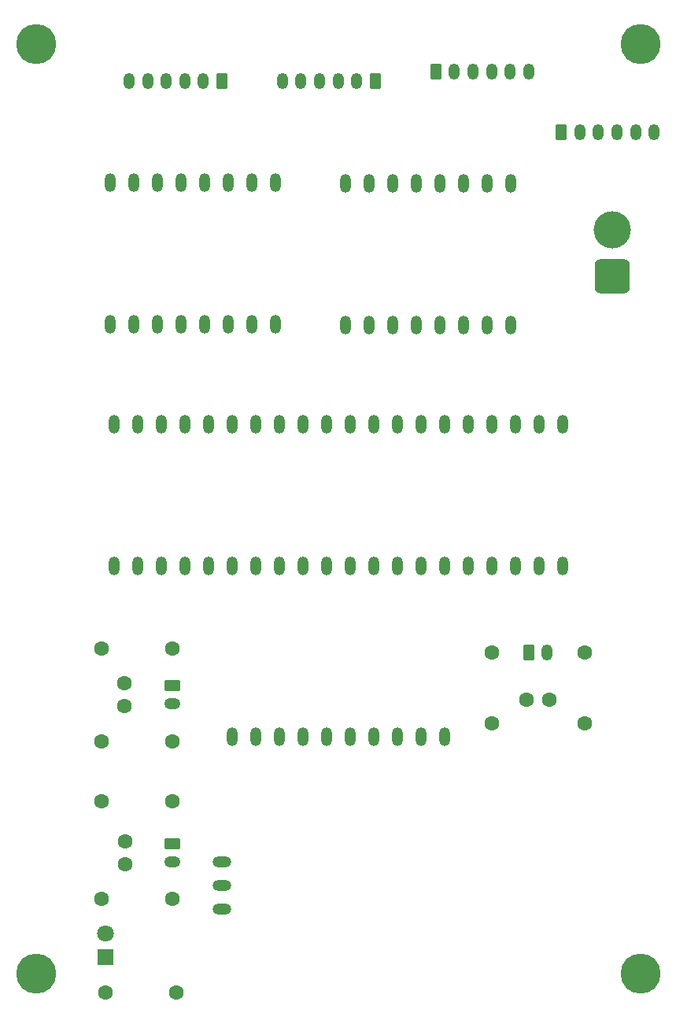
<source format=gbr>
%TF.GenerationSoftware,KiCad,Pcbnew,9.0.5*%
%TF.CreationDate,2026-01-18T22:42:43+00:00*%
%TF.ProjectId,Board,426f6172-642e-46b6-9963-61645f706362,v1*%
%TF.SameCoordinates,Original*%
%TF.FileFunction,Soldermask,Top*%
%TF.FilePolarity,Negative*%
%FSLAX46Y46*%
G04 Gerber Fmt 4.6, Leading zero omitted, Abs format (unit mm)*
G04 Created by KiCad (PCBNEW 9.0.5) date 2026-01-18 22:42:43*
%MOMM*%
%LPD*%
G01*
G04 APERTURE LIST*
G04 Aperture macros list*
%AMRoundRect*
0 Rectangle with rounded corners*
0 $1 Rounding radius*
0 $2 $3 $4 $5 $6 $7 $8 $9 X,Y pos of 4 corners*
0 Add a 4 corners polygon primitive as box body*
4,1,4,$2,$3,$4,$5,$6,$7,$8,$9,$2,$3,0*
0 Add four circle primitives for the rounded corners*
1,1,$1+$1,$2,$3*
1,1,$1+$1,$4,$5*
1,1,$1+$1,$6,$7*
1,1,$1+$1,$8,$9*
0 Add four rect primitives between the rounded corners*
20,1,$1+$1,$2,$3,$4,$5,0*
20,1,$1+$1,$4,$5,$6,$7,0*
20,1,$1+$1,$6,$7,$8,$9,0*
20,1,$1+$1,$8,$9,$2,$3,0*%
G04 Aperture macros list end*
%ADD10O,1.200000X1.750000*%
%ADD11RoundRect,0.250000X-0.350000X-0.625000X0.350000X-0.625000X0.350000X0.625000X-0.350000X0.625000X0*%
%ADD12C,1.600000*%
%ADD13R,1.800000X1.800000*%
%ADD14C,1.800000*%
%ADD15C,4.300000*%
%ADD16RoundRect,0.250000X-0.625000X0.350000X-0.625000X-0.350000X0.625000X-0.350000X0.625000X0.350000X0*%
%ADD17O,1.750000X1.200000*%
%ADD18RoundRect,0.250000X0.350000X0.625000X-0.350000X0.625000X-0.350000X-0.625000X0.350000X-0.625000X0*%
%ADD19O,1.200000X2.000000*%
%ADD20O,2.000000X1.200000*%
%ADD21RoundRect,0.760000X1.140000X-1.140000X1.140000X1.140000X-1.140000X1.140000X-1.140000X-1.140000X0*%
%ADD22C,4.000000*%
G04 APERTURE END LIST*
D10*
%TO.C,MJ4*%
X155500000Y-43000000D03*
X153500000Y-43000000D03*
X151500000Y-43000000D03*
X149500000Y-43000000D03*
X147500000Y-43000000D03*
D11*
X145500000Y-43000000D03*
%TD*%
D12*
%TO.C,C1*%
X112070000Y-128250000D03*
X112070000Y-125750000D03*
%TD*%
D11*
%TO.C,MJ2*%
X159000000Y-49500000D03*
D10*
X161000000Y-49500000D03*
X163000000Y-49500000D03*
X165000000Y-49500000D03*
X167000000Y-49500000D03*
X169000000Y-49500000D03*
%TD*%
D13*
%TO.C,D1*%
X110000000Y-138270000D03*
D14*
X110000000Y-135730000D03*
%TD*%
D15*
%TO.C,REF\u002A\u002A*%
X167500000Y-40000000D03*
%TD*%
%TO.C,REF\u002A\u002A*%
X167500000Y-140000000D03*
%TD*%
D12*
%TO.C,C2*%
X112000000Y-111250000D03*
X112000000Y-108750000D03*
%TD*%
D16*
%TO.C,J3*%
X117190000Y-109000000D03*
D17*
X117190000Y-111000000D03*
%TD*%
D18*
%TO.C,MJ3*%
X139000000Y-44000000D03*
D10*
X137000000Y-44000000D03*
X135000000Y-44000000D03*
X133000000Y-44000000D03*
X131000000Y-44000000D03*
X129000000Y-44000000D03*
%TD*%
D12*
%TO.C,C3*%
X157750000Y-110550000D03*
X155250000Y-110550000D03*
%TD*%
D19*
%TO.C,U1*%
X159130000Y-80890000D03*
X156590000Y-80890000D03*
X154050000Y-80890000D03*
X151510000Y-80890000D03*
X148970000Y-80890000D03*
X146430000Y-80890000D03*
X143890000Y-80890000D03*
X141350000Y-80890000D03*
X138810000Y-80890000D03*
X136270000Y-80890000D03*
X133730000Y-80890000D03*
X131190000Y-80890000D03*
X128650000Y-80890000D03*
X126110000Y-80890000D03*
X123570000Y-80890000D03*
X121030000Y-80890000D03*
X118490000Y-80890000D03*
X113410000Y-80890000D03*
X115950000Y-80890000D03*
X110870000Y-96110000D03*
X113410000Y-96110000D03*
X115950000Y-96110000D03*
X118490000Y-96110000D03*
X121030000Y-96110000D03*
X123570000Y-96110000D03*
X126110000Y-96110000D03*
X128650000Y-96110000D03*
X131190000Y-96110000D03*
X133730000Y-96110000D03*
X136270000Y-96110000D03*
X138810000Y-96110000D03*
X141350000Y-96110000D03*
X143890000Y-96110000D03*
X146430000Y-96110000D03*
X148970000Y-96110000D03*
X151510000Y-96110000D03*
X156590000Y-96110000D03*
X159130000Y-96110000D03*
X110870000Y-80890000D03*
X154050000Y-96110000D03*
%TD*%
D12*
%TO.C,R2*%
X117120000Y-132000000D03*
X109500000Y-132000000D03*
%TD*%
D11*
%TO.C,J4*%
X155500000Y-105500000D03*
D10*
X157500000Y-105500000D03*
%TD*%
D16*
%TO.C,J2*%
X117120000Y-126000000D03*
D17*
X117120000Y-128000000D03*
%TD*%
D15*
%TO.C,REF\u002A\u002A*%
X102500000Y-140000000D03*
%TD*%
D19*
%TO.C,DR1*%
X120590000Y-54880000D03*
X123130000Y-54880000D03*
X118050000Y-54880000D03*
X115510000Y-54880000D03*
X112970000Y-54880000D03*
X112970000Y-70120000D03*
X115510000Y-70120000D03*
X118050000Y-70120000D03*
X110430000Y-70120000D03*
X110430000Y-54880000D03*
X120590000Y-70120000D03*
X125670000Y-54880000D03*
X123130000Y-70120000D03*
X125670000Y-70120000D03*
X128210000Y-70120000D03*
X128210000Y-54880000D03*
%TD*%
%TO.C,S1*%
X123570000Y-114500000D03*
X126110000Y-114500000D03*
X128650000Y-114500000D03*
X131190000Y-114500000D03*
X133730000Y-114500000D03*
X136270000Y-114500000D03*
X138810000Y-114500000D03*
X141350000Y-114500000D03*
X143890000Y-114500000D03*
X146430000Y-114500000D03*
%TD*%
D18*
%TO.C,MJ1*%
X122500000Y-44000000D03*
D10*
X120500000Y-44000000D03*
X118500000Y-44000000D03*
X116500000Y-44000000D03*
X114500000Y-44000000D03*
X112500000Y-44000000D03*
%TD*%
D12*
%TO.C,R5*%
X109500000Y-121500000D03*
X117120000Y-121500000D03*
%TD*%
D19*
%TO.C,DR2*%
X145940000Y-55000000D03*
X148480000Y-55000000D03*
X143400000Y-55000000D03*
X140860000Y-55000000D03*
X138320000Y-55000000D03*
X138320000Y-70240000D03*
X140860000Y-70240000D03*
X143400000Y-70240000D03*
X135780000Y-70240000D03*
X135780000Y-55000000D03*
X145940000Y-70240000D03*
X151020000Y-55000000D03*
X148480000Y-70240000D03*
X151020000Y-70240000D03*
X153560000Y-70240000D03*
X153560000Y-55000000D03*
%TD*%
D12*
%TO.C,R1*%
X110000000Y-142000000D03*
X117620000Y-142000000D03*
%TD*%
D15*
%TO.C,REF\u002A\u002A*%
X102500000Y-40000000D03*
%TD*%
D20*
%TO.C,RS1*%
X122500000Y-128000000D03*
X122500000Y-130540000D03*
X122500000Y-133080000D03*
%TD*%
D12*
%TO.C,R3*%
X117120000Y-115000000D03*
X109500000Y-115000000D03*
%TD*%
%TO.C,R6*%
X109570000Y-105000000D03*
X117190000Y-105000000D03*
%TD*%
%TO.C,R4*%
X161500000Y-105500000D03*
X161500000Y-113120000D03*
%TD*%
%TO.C,R7*%
X151500000Y-113120000D03*
X151500000Y-105500000D03*
%TD*%
D21*
%TO.C,J1*%
X164500000Y-65000000D03*
D22*
X164500000Y-60000000D03*
%TD*%
M02*

</source>
